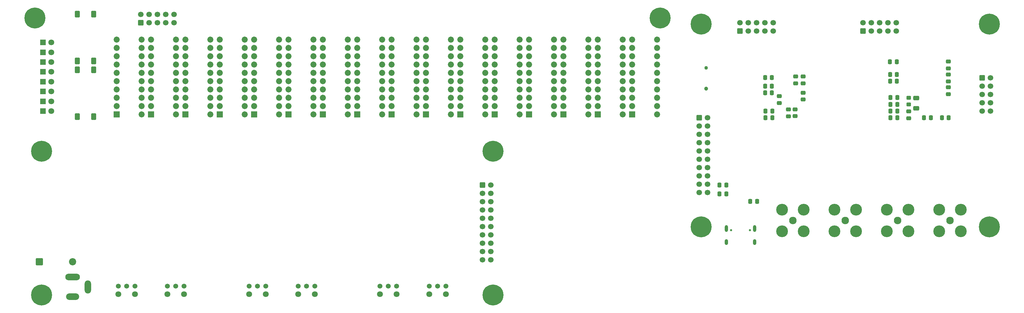
<source format=gbs>
G04 #@! TF.GenerationSoftware,KiCad,Pcbnew,9.0.5*
G04 #@! TF.CreationDate,2025-10-23T19:29:44+02:00*
G04 #@! TF.ProjectId,stencil,7374656e-6369-46c2-9e6b-696361645f70,rev?*
G04 #@! TF.SameCoordinates,Original*
G04 #@! TF.FileFunction,Soldermask,Bot*
G04 #@! TF.FilePolarity,Negative*
%FSLAX46Y46*%
G04 Gerber Fmt 4.6, Leading zero omitted, Abs format (unit mm)*
G04 Created by KiCad (PCBNEW 9.0.5) date 2025-10-23 19:29:44*
%MOMM*%
%LPD*%
G01*
G04 APERTURE LIST*
G04 Aperture macros list*
%AMRoundRect*
0 Rectangle with rounded corners*
0 $1 Rounding radius*
0 $2 $3 $4 $5 $6 $7 $8 $9 X,Y pos of 4 corners*
0 Add a 4 corners polygon primitive as box body*
4,1,4,$2,$3,$4,$5,$6,$7,$8,$9,$2,$3,0*
0 Add four circle primitives for the rounded corners*
1,1,$1+$1,$2,$3*
1,1,$1+$1,$4,$5*
1,1,$1+$1,$6,$7*
1,1,$1+$1,$8,$9*
0 Add four rect primitives between the rounded corners*
20,1,$1+$1,$2,$3,$4,$5,0*
20,1,$1+$1,$4,$5,$6,$7,0*
20,1,$1+$1,$6,$7,$8,$9,0*
20,1,$1+$1,$8,$9,$2,$3,0*%
G04 Aperture macros list end*
%ADD10C,0.650000*%
%ADD11O,1.000000X2.100000*%
%ADD12O,1.000000X1.800000*%
%ADD13C,6.400000*%
%ADD14RoundRect,0.250000X-0.600000X-0.600000X0.600000X-0.600000X0.600000X0.600000X-0.600000X0.600000X0*%
%ADD15C,1.700000*%
%ADD16RoundRect,0.250000X0.600000X-0.600000X0.600000X0.600000X-0.600000X0.600000X-0.600000X-0.600000X0*%
%ADD17RoundRect,0.250000X-0.337500X-0.475000X0.337500X-0.475000X0.337500X0.475000X-0.337500X0.475000X0*%
%ADD18RoundRect,0.250000X0.475000X-0.337500X0.475000X0.337500X-0.475000X0.337500X-0.475000X-0.337500X0*%
%ADD19RoundRect,0.250000X0.337500X0.475000X-0.337500X0.475000X-0.337500X-0.475000X0.337500X-0.475000X0*%
%ADD20RoundRect,0.250000X-0.475000X0.337500X-0.475000X-0.337500X0.475000X-0.337500X0.475000X0.337500X0*%
%ADD21C,2.300000*%
%ADD22C,3.600000*%
%ADD23C,1.200000*%
%ADD24C,1.100000*%
%ADD25RoundRect,0.250000X0.450000X-0.325000X0.450000X0.325000X-0.450000X0.325000X-0.450000X-0.325000X0*%
%ADD26RoundRect,0.250000X-0.650000X0.412500X-0.650000X-0.412500X0.650000X-0.412500X0.650000X0.412500X0*%
%ADD27RoundRect,0.249999X-0.850001X-0.850001X0.850001X-0.850001X0.850001X0.850001X-0.850001X0.850001X0*%
%ADD28C,2.200000*%
%ADD29C,1.500000*%
%ADD30C,1.800000*%
%ADD31RoundRect,1.000000X1.250000X0.000010X-1.250000X0.000010X-1.250000X-0.000010X1.250000X-0.000010X0*%
%ADD32RoundRect,1.000000X1.000000X0.000010X-1.000000X0.000010X-1.000000X-0.000010X1.000000X-0.000010X0*%
%ADD33RoundRect,1.000000X0.000010X1.000000X-0.000010X1.000000X-0.000010X-1.000000X0.000010X-1.000000X0*%
%ADD34RoundRect,0.250000X-0.500000X0.750000X-0.500000X-0.750000X0.500000X-0.750000X0.500000X0.750000X0*%
%ADD35R,1.800000X1.800000*%
%ADD36R,1.850000X1.850000*%
%ADD37C,1.850000*%
G04 APERTURE END LIST*
D10*
X249208000Y-101161000D03*
X254988000Y-101161000D03*
D11*
X247778000Y-100661000D03*
D12*
X247778000Y-104841000D03*
D11*
X256418000Y-100661000D03*
D12*
X256418000Y-104841000D03*
D13*
X240098000Y-38166000D03*
D14*
X239457000Y-66810000D03*
D15*
X241997000Y-66810000D03*
X239457000Y-69350000D03*
X241997000Y-69350000D03*
X239457000Y-71890000D03*
X241997000Y-71890000D03*
X239457000Y-74430000D03*
X241997000Y-74430000D03*
X239457000Y-76970000D03*
X241997000Y-76970000D03*
X239457000Y-79510000D03*
X241997000Y-79510000D03*
X239457000Y-82050000D03*
X241997000Y-82050000D03*
X239457000Y-84590000D03*
X241997000Y-84590000D03*
X239457000Y-87130000D03*
X241997000Y-87130000D03*
X239457000Y-89670000D03*
X241997000Y-89670000D03*
D13*
X328098000Y-100166000D03*
D14*
X325944000Y-54618000D03*
D15*
X328484000Y-54618000D03*
X325944000Y-57158000D03*
X328484000Y-57158000D03*
X325944000Y-59698000D03*
X328484000Y-59698000D03*
X325944000Y-62238000D03*
X328484000Y-62238000D03*
X325944000Y-64778000D03*
X328484000Y-64778000D03*
D16*
X251903000Y-40267000D03*
D15*
X251903000Y-37727000D03*
X254443000Y-40267000D03*
X254443000Y-37727000D03*
X256983000Y-40267000D03*
X256983000Y-37727000D03*
X259523000Y-40267000D03*
X259523000Y-37727000D03*
X262063000Y-40267000D03*
X262063000Y-37727000D03*
D17*
X259734000Y-66810000D03*
X261809000Y-66810000D03*
X297920000Y-60587000D03*
X299995000Y-60587000D03*
D18*
X303508000Y-66937000D03*
X303508000Y-64862000D03*
D17*
X297920000Y-66810000D03*
X299995000Y-66810000D03*
X297750000Y-49665000D03*
X299825000Y-49665000D03*
D19*
X315700000Y-66810000D03*
X313625000Y-66810000D03*
D17*
X255056500Y-92337000D03*
X257131500Y-92337000D03*
D20*
X271207000Y-59147000D03*
X271207000Y-61222000D03*
D17*
X259734000Y-64778000D03*
X261809000Y-64778000D03*
X297793000Y-55634000D03*
X299868000Y-55634000D03*
D21*
X316098000Y-98166000D03*
D22*
X319398000Y-101466000D03*
X319398000Y-94866000D03*
X312798000Y-101466000D03*
X312798000Y-94866000D03*
D16*
X289495000Y-40267000D03*
D15*
X289495000Y-37727000D03*
X292035000Y-40267000D03*
X292035000Y-37727000D03*
X294575000Y-40267000D03*
X294575000Y-37727000D03*
X297115000Y-40267000D03*
X297115000Y-37727000D03*
X299655000Y-40267000D03*
X299655000Y-37727000D03*
D23*
X241616000Y-57920000D03*
D24*
X241616000Y-51570000D03*
D21*
X268098000Y-98166000D03*
D22*
X271398000Y-101466000D03*
X271398000Y-94866000D03*
X264798000Y-101466000D03*
X264798000Y-94866000D03*
D21*
X284098000Y-98166000D03*
D22*
X287398000Y-101466000D03*
X287398000Y-94866000D03*
X280798000Y-101466000D03*
X280798000Y-94866000D03*
D21*
X300098000Y-98166000D03*
D22*
X303398000Y-101466000D03*
X303398000Y-94866000D03*
X296798000Y-101466000D03*
X296798000Y-94866000D03*
D19*
X247733500Y-87384000D03*
X245658500Y-87384000D03*
D17*
X297920000Y-64778000D03*
X299995000Y-64778000D03*
D20*
X315573000Y-53602000D03*
X315573000Y-55677000D03*
D19*
X310239000Y-66810000D03*
X308164000Y-66810000D03*
D17*
X259607000Y-57158000D03*
X261682000Y-57158000D03*
D25*
X303508000Y-62755000D03*
X303508000Y-60705000D03*
D20*
X315573000Y-49622000D03*
X315573000Y-51697000D03*
D17*
X259607000Y-59190000D03*
X261682000Y-59190000D03*
D19*
X247733500Y-90051000D03*
X245658500Y-90051000D03*
D18*
X266762000Y-66323500D03*
X266762000Y-64248500D03*
D17*
X297920000Y-62746000D03*
X299995000Y-62746000D03*
D18*
X263968000Y-62281000D03*
X263968000Y-60206000D03*
D26*
X305794000Y-60802500D03*
X305794000Y-63927500D03*
D20*
X315573000Y-57496000D03*
X315573000Y-59571000D03*
D18*
X268794000Y-66302000D03*
X268794000Y-64227000D03*
D20*
X271207000Y-54215500D03*
X271207000Y-56290500D03*
D17*
X259607000Y-54491000D03*
X261682000Y-54491000D03*
X297793000Y-53602000D03*
X299868000Y-53602000D03*
D20*
X268921000Y-54215500D03*
X268921000Y-56290500D03*
D13*
X240098000Y-100166000D03*
X328098000Y-38166000D03*
D14*
X173273000Y-87384000D03*
D15*
X175813000Y-87384000D03*
X173273000Y-89924000D03*
X175813000Y-89924000D03*
X173273000Y-92464000D03*
X175813000Y-92464000D03*
X173273000Y-95004000D03*
X175813000Y-95004000D03*
X173273000Y-97544000D03*
X175813000Y-97544000D03*
X173273000Y-100084000D03*
X175813000Y-100084000D03*
X173273000Y-102624000D03*
X175813000Y-102624000D03*
X173273000Y-105164000D03*
X175813000Y-105164000D03*
X173273000Y-107704000D03*
X175813000Y-107704000D03*
X173273000Y-110244000D03*
X175813000Y-110244000D03*
D27*
X37896000Y-110788000D03*
D28*
X48056000Y-110788000D03*
D13*
X38508000Y-77000000D03*
D29*
X61968000Y-118240000D03*
X64508000Y-118240000D03*
X67048000Y-118240000D03*
D30*
X67048000Y-120760000D03*
X61968000Y-120760000D03*
D13*
X176508000Y-121000000D03*
X176508000Y-77000000D03*
X38508000Y-121000000D03*
D29*
X116968000Y-118240000D03*
X119508000Y-118240000D03*
X122048000Y-118240000D03*
D30*
X122048000Y-120760000D03*
X116968000Y-120760000D03*
D29*
X156968000Y-118240000D03*
X159508000Y-118240000D03*
X162048000Y-118240000D03*
D30*
X162048000Y-120760000D03*
X156968000Y-120760000D03*
D29*
X101968000Y-118240000D03*
X104508000Y-118240000D03*
X107048000Y-118240000D03*
D30*
X107048000Y-120760000D03*
X101968000Y-120760000D03*
D29*
X141968000Y-118240000D03*
X144508000Y-118240000D03*
X147048000Y-118240000D03*
D30*
X147048000Y-120760000D03*
X141968000Y-120760000D03*
D29*
X76968000Y-118240000D03*
X79508000Y-118240000D03*
X82048000Y-118240000D03*
D30*
X82048000Y-120760000D03*
X76968000Y-120760000D03*
D31*
X48008000Y-115500000D03*
D32*
X48008000Y-121500000D03*
D33*
X52708000Y-118500000D03*
D34*
X49500000Y-35120000D03*
X49500000Y-49420000D03*
X54500000Y-35120000D03*
X54500000Y-49420000D03*
D35*
X38960000Y-43770000D03*
D30*
X41500000Y-43770000D03*
D34*
X49500000Y-52120000D03*
X49500000Y-66420000D03*
X54500000Y-52120000D03*
X54500000Y-66420000D03*
D36*
X93000000Y-65770000D03*
D37*
X93000000Y-63230000D03*
X93000000Y-60690000D03*
X93000000Y-58150000D03*
X93000000Y-55610000D03*
X93000000Y-53070000D03*
X93000000Y-50530000D03*
X93000000Y-47990000D03*
X93000000Y-45450000D03*
X93000000Y-42910000D03*
X100620000Y-42910000D03*
X100620000Y-45450000D03*
X100620000Y-47990000D03*
X100620000Y-50530000D03*
X100620000Y-53070000D03*
X100620000Y-55610000D03*
X100620000Y-58150000D03*
X100620000Y-60690000D03*
X100620000Y-63230000D03*
X100620000Y-65770000D03*
D36*
X61500000Y-65770000D03*
D37*
X61500000Y-63230000D03*
X61500000Y-60690000D03*
X61500000Y-58150000D03*
X61500000Y-55610000D03*
X61500000Y-53070000D03*
X61500000Y-50530000D03*
X61500000Y-47990000D03*
X61500000Y-45450000D03*
X61500000Y-42910000D03*
X69120000Y-42910000D03*
X69120000Y-45450000D03*
X69120000Y-47990000D03*
X69120000Y-50530000D03*
X69120000Y-53070000D03*
X69120000Y-55610000D03*
X69120000Y-58150000D03*
X69120000Y-60690000D03*
X69120000Y-63230000D03*
X69120000Y-65770000D03*
D35*
X38960000Y-49770000D03*
D30*
X41500000Y-49770000D03*
D35*
X38960000Y-58770000D03*
D30*
X41500000Y-58770000D03*
D36*
X82500000Y-65770000D03*
D37*
X82500000Y-63230000D03*
X82500000Y-60690000D03*
X82500000Y-58150000D03*
X82500000Y-55610000D03*
X82500000Y-53070000D03*
X82500000Y-50530000D03*
X82500000Y-47990000D03*
X82500000Y-45450000D03*
X82500000Y-42910000D03*
X90120000Y-42910000D03*
X90120000Y-45450000D03*
X90120000Y-47990000D03*
X90120000Y-50530000D03*
X90120000Y-53070000D03*
X90120000Y-55610000D03*
X90120000Y-58150000D03*
X90120000Y-60690000D03*
X90120000Y-63230000D03*
X90120000Y-65770000D03*
D36*
X124500000Y-65770000D03*
D37*
X124500000Y-63230000D03*
X124500000Y-60690000D03*
X124500000Y-58150000D03*
X124500000Y-55610000D03*
X124500000Y-53070000D03*
X124500000Y-50530000D03*
X124500000Y-47990000D03*
X124500000Y-45450000D03*
X124500000Y-42910000D03*
X132120000Y-42910000D03*
X132120000Y-45450000D03*
X132120000Y-47990000D03*
X132120000Y-50530000D03*
X132120000Y-53070000D03*
X132120000Y-55610000D03*
X132120000Y-58150000D03*
X132120000Y-60690000D03*
X132120000Y-63230000D03*
X132120000Y-65770000D03*
D16*
X68840000Y-37770000D03*
D15*
X68840000Y-35230000D03*
X71380000Y-37770000D03*
X71380000Y-35230000D03*
X73920000Y-37770000D03*
X73920000Y-35230000D03*
X76460000Y-37770000D03*
X76460000Y-35230000D03*
X79000000Y-37770000D03*
X79000000Y-35230000D03*
D13*
X227500000Y-36270000D03*
D35*
X38960000Y-55770000D03*
D30*
X41500000Y-55770000D03*
D36*
X114000000Y-65770000D03*
D37*
X114000000Y-63230000D03*
X114000000Y-60690000D03*
X114000000Y-58150000D03*
X114000000Y-55610000D03*
X114000000Y-53070000D03*
X114000000Y-50530000D03*
X114000000Y-47990000D03*
X114000000Y-45450000D03*
X114000000Y-42910000D03*
X121620000Y-42910000D03*
X121620000Y-45450000D03*
X121620000Y-47990000D03*
X121620000Y-50530000D03*
X121620000Y-53070000D03*
X121620000Y-55610000D03*
X121620000Y-58150000D03*
X121620000Y-60690000D03*
X121620000Y-63230000D03*
X121620000Y-65770000D03*
D36*
X135000000Y-65770000D03*
D37*
X135000000Y-63230000D03*
X135000000Y-60690000D03*
X135000000Y-58150000D03*
X135000000Y-55610000D03*
X135000000Y-53070000D03*
X135000000Y-50530000D03*
X135000000Y-47990000D03*
X135000000Y-45450000D03*
X135000000Y-42910000D03*
X142620000Y-42910000D03*
X142620000Y-45450000D03*
X142620000Y-47990000D03*
X142620000Y-50530000D03*
X142620000Y-53070000D03*
X142620000Y-55610000D03*
X142620000Y-58150000D03*
X142620000Y-60690000D03*
X142620000Y-63230000D03*
X142620000Y-65770000D03*
D36*
X72000000Y-65770000D03*
D37*
X72000000Y-63230000D03*
X72000000Y-60690000D03*
X72000000Y-58150000D03*
X72000000Y-55610000D03*
X72000000Y-53070000D03*
X72000000Y-50530000D03*
X72000000Y-47990000D03*
X72000000Y-45450000D03*
X72000000Y-42910000D03*
X79620000Y-42910000D03*
X79620000Y-45450000D03*
X79620000Y-47990000D03*
X79620000Y-50530000D03*
X79620000Y-53070000D03*
X79620000Y-55610000D03*
X79620000Y-58150000D03*
X79620000Y-60690000D03*
X79620000Y-63230000D03*
X79620000Y-65770000D03*
D36*
X208500000Y-65770000D03*
D37*
X208500000Y-63230000D03*
X208500000Y-60690000D03*
X208500000Y-58150000D03*
X208500000Y-55610000D03*
X208500000Y-53070000D03*
X208500000Y-50530000D03*
X208500000Y-47990000D03*
X208500000Y-45450000D03*
X208500000Y-42910000D03*
X216120000Y-42910000D03*
X216120000Y-45450000D03*
X216120000Y-47990000D03*
X216120000Y-50530000D03*
X216120000Y-53070000D03*
X216120000Y-55610000D03*
X216120000Y-58150000D03*
X216120000Y-60690000D03*
X216120000Y-63230000D03*
X216120000Y-65770000D03*
D36*
X166500000Y-65770000D03*
D37*
X166500000Y-63230000D03*
X166500000Y-60690000D03*
X166500000Y-58150000D03*
X166500000Y-55610000D03*
X166500000Y-53070000D03*
X166500000Y-50530000D03*
X166500000Y-47990000D03*
X166500000Y-45450000D03*
X166500000Y-42910000D03*
X174120000Y-42910000D03*
X174120000Y-45450000D03*
X174120000Y-47990000D03*
X174120000Y-50530000D03*
X174120000Y-53070000D03*
X174120000Y-55610000D03*
X174120000Y-58150000D03*
X174120000Y-60690000D03*
X174120000Y-63230000D03*
X174120000Y-65770000D03*
D36*
X198000000Y-65770000D03*
D37*
X198000000Y-63230000D03*
X198000000Y-60690000D03*
X198000000Y-58150000D03*
X198000000Y-55610000D03*
X198000000Y-53070000D03*
X198000000Y-50530000D03*
X198000000Y-47990000D03*
X198000000Y-45450000D03*
X198000000Y-42910000D03*
X205620000Y-42910000D03*
X205620000Y-45450000D03*
X205620000Y-47990000D03*
X205620000Y-50530000D03*
X205620000Y-53070000D03*
X205620000Y-55610000D03*
X205620000Y-58150000D03*
X205620000Y-60690000D03*
X205620000Y-63230000D03*
X205620000Y-65770000D03*
D36*
X187500000Y-65770000D03*
D37*
X187500000Y-63230000D03*
X187500000Y-60690000D03*
X187500000Y-58150000D03*
X187500000Y-55610000D03*
X187500000Y-53070000D03*
X187500000Y-50530000D03*
X187500000Y-47990000D03*
X187500000Y-45450000D03*
X187500000Y-42910000D03*
X195120000Y-42910000D03*
X195120000Y-45450000D03*
X195120000Y-47990000D03*
X195120000Y-50530000D03*
X195120000Y-53070000D03*
X195120000Y-55610000D03*
X195120000Y-58150000D03*
X195120000Y-60690000D03*
X195120000Y-63230000D03*
X195120000Y-65770000D03*
D36*
X219000000Y-65770000D03*
D37*
X219000000Y-63230000D03*
X219000000Y-60690000D03*
X219000000Y-58150000D03*
X219000000Y-55610000D03*
X219000000Y-53070000D03*
X219000000Y-50530000D03*
X219000000Y-47990000D03*
X219000000Y-45450000D03*
X219000000Y-42910000D03*
X226620000Y-42910000D03*
X226620000Y-45450000D03*
X226620000Y-47990000D03*
X226620000Y-50530000D03*
X226620000Y-53070000D03*
X226620000Y-55610000D03*
X226620000Y-58150000D03*
X226620000Y-60690000D03*
X226620000Y-63230000D03*
X226620000Y-65770000D03*
D36*
X103500000Y-65770000D03*
D37*
X103500000Y-63230000D03*
X103500000Y-60690000D03*
X103500000Y-58150000D03*
X103500000Y-55610000D03*
X103500000Y-53070000D03*
X103500000Y-50530000D03*
X103500000Y-47990000D03*
X103500000Y-45450000D03*
X103500000Y-42910000D03*
X111120000Y-42910000D03*
X111120000Y-45450000D03*
X111120000Y-47990000D03*
X111120000Y-50530000D03*
X111120000Y-53070000D03*
X111120000Y-55610000D03*
X111120000Y-58150000D03*
X111120000Y-60690000D03*
X111120000Y-63230000D03*
X111120000Y-65770000D03*
D35*
X38960000Y-52770000D03*
D30*
X41500000Y-52770000D03*
D35*
X38960000Y-46770000D03*
D30*
X41500000Y-46770000D03*
D35*
X38960000Y-64770000D03*
D30*
X41500000Y-64770000D03*
D35*
X38960000Y-61770000D03*
D30*
X41500000Y-61770000D03*
D36*
X177000000Y-65770000D03*
D37*
X177000000Y-63230000D03*
X177000000Y-60690000D03*
X177000000Y-58150000D03*
X177000000Y-55610000D03*
X177000000Y-53070000D03*
X177000000Y-50530000D03*
X177000000Y-47990000D03*
X177000000Y-45450000D03*
X177000000Y-42910000D03*
X184620000Y-42910000D03*
X184620000Y-45450000D03*
X184620000Y-47990000D03*
X184620000Y-50530000D03*
X184620000Y-53070000D03*
X184620000Y-55610000D03*
X184620000Y-58150000D03*
X184620000Y-60690000D03*
X184620000Y-63230000D03*
X184620000Y-65770000D03*
D36*
X156000000Y-65770000D03*
D37*
X156000000Y-63230000D03*
X156000000Y-60690000D03*
X156000000Y-58150000D03*
X156000000Y-55610000D03*
X156000000Y-53070000D03*
X156000000Y-50530000D03*
X156000000Y-47990000D03*
X156000000Y-45450000D03*
X156000000Y-42910000D03*
X163620000Y-42910000D03*
X163620000Y-45450000D03*
X163620000Y-47990000D03*
X163620000Y-50530000D03*
X163620000Y-53070000D03*
X163620000Y-55610000D03*
X163620000Y-58150000D03*
X163620000Y-60690000D03*
X163620000Y-63230000D03*
X163620000Y-65770000D03*
D36*
X145500000Y-65770000D03*
D37*
X145500000Y-63230000D03*
X145500000Y-60690000D03*
X145500000Y-58150000D03*
X145500000Y-55610000D03*
X145500000Y-53070000D03*
X145500000Y-50530000D03*
X145500000Y-47990000D03*
X145500000Y-45450000D03*
X145500000Y-42910000D03*
X153120000Y-42910000D03*
X153120000Y-45450000D03*
X153120000Y-47990000D03*
X153120000Y-50530000D03*
X153120000Y-53070000D03*
X153120000Y-55610000D03*
X153120000Y-58150000D03*
X153120000Y-60690000D03*
X153120000Y-63230000D03*
X153120000Y-65770000D03*
D13*
X36500000Y-36270000D03*
M02*

</source>
